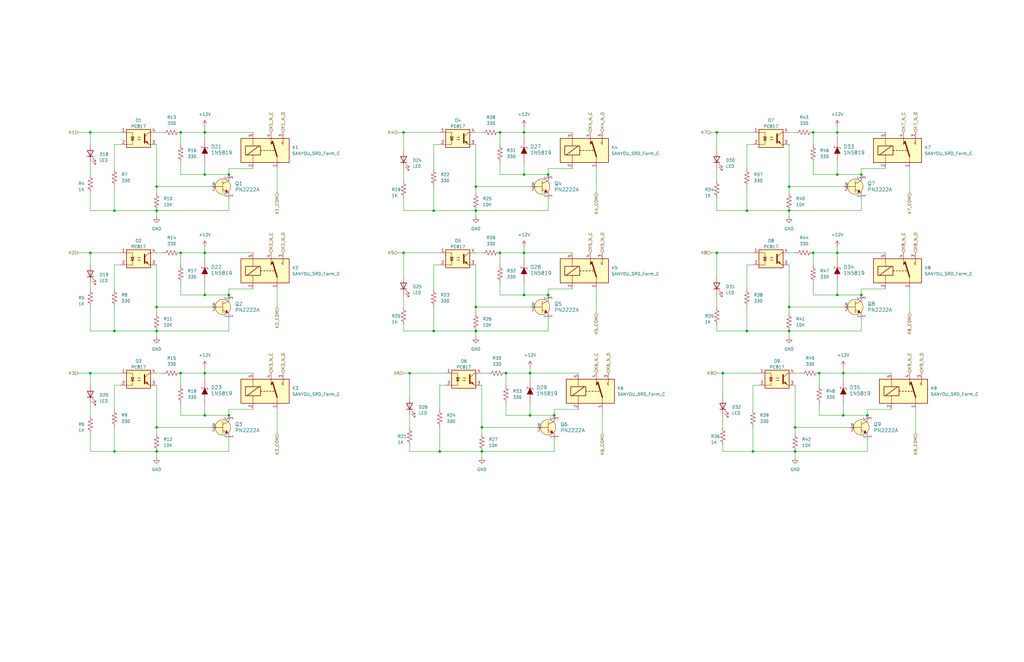
<source format=kicad_sch>
(kicad_sch (version 20231120) (generator "eeschema") (generator_version "8.0")
  (paper "B")
  (title_block (title "BATER-IA") (date "2024-11-03") (rev "001") (company "CETI") (comment 1 "Proyecto de titulacion") (comment 2 "Diseño Electronico y Sistemas Inteligentes"))
  (junction (at 86.36 157.48))
  (junction (at 86.36 175.26))
  (junction (at 220.98 73.66))
  (junction (at 203.2 190.5))
  (junction (at 200.66 88.9))
  (junction (at 314.96 139.7))
  (junction (at 182.88 139.7))
  (junction (at 66.04 190.5))
  (junction (at 170.18 106.68))
  (junction (at 223.52 175.26))
  (junction (at 335.28 190.5))
  (junction (at 96.52 175.26))
  (junction (at 66.04 78.74))
  (junction (at 363.22 124.46))
  (junction (at 86.36 106.68))
  (junction (at 38.1 55.88))
  (junction (at 302.26 106.68))
  (junction (at 342.9 55.88))
  (junction (at 48.26 88.9))
  (junction (at 203.2 180.34))
  (junction (at 302.26 55.88))
  (junction (at 220.98 55.88))
  (junction (at 38.1 157.48))
  (junction (at 332.74 88.9))
  (junction (at 86.36 55.88))
  (junction (at 38.1 106.68))
  (junction (at 48.26 139.7))
  (junction (at 353.06 55.88))
  (junction (at 170.18 55.88))
  (junction (at 355.6 157.48))
  (junction (at 220.98 124.46))
  (junction (at 353.06 73.66))
  (junction (at 200.66 139.7))
  (junction (at 66.04 129.54))
  (junction (at 314.96 88.9))
  (junction (at 345.44 157.48))
  (junction (at 86.36 73.66))
  (junction (at 365.76 175.26))
  (junction (at 210.82 106.68))
  (junction (at 317.5 190.5))
  (junction (at 76.2 106.68))
  (junction (at 172.72 157.48))
  (junction (at 231.14 73.66))
  (junction (at 86.36 124.46))
  (junction (at 185.42 190.5))
  (junction (at 342.9 106.68))
  (junction (at 210.82 55.88))
  (junction (at 66.04 180.34))
  (junction (at 48.26 190.5))
  (junction (at 182.88 88.9))
  (junction (at 213.36 157.48))
  (junction (at 66.04 88.9))
  (junction (at 231.14 124.46))
  (junction (at 353.06 124.46))
  (junction (at 363.22 73.66))
  (junction (at 76.2 55.88))
  (junction (at 96.52 73.66))
  (junction (at 96.52 124.46))
  (junction (at 76.2 157.48))
  (junction (at 200.66 129.54))
  (junction (at 335.28 180.34))
  (junction (at 355.6 175.26))
  (junction (at 332.74 78.74))
  (junction (at 332.74 139.7))
  (junction (at 220.98 106.68))
  (junction (at 332.74 129.54))
  (junction (at 200.66 78.74))
  (junction (at 233.68 175.26))
  (junction (at 353.06 106.68))
  (junction (at 304.8 157.48))
  (junction (at 223.52 157.48))
  (junction (at 66.04 139.7))
  (wire (pts (xy 314.96 111.76) (xy 314.96 121.92)))
  (wire (pts (xy 220.98 104.14) (xy 220.98 106.68)))
  (wire (pts (xy 353.06 124.46) (xy 363.22 124.46)))
  (wire (pts (xy 66.04 139.7) (xy 66.04 142.24)))
  (wire (pts (xy 33.02 55.88) (xy 38.1 55.88)))
  (wire (pts (xy 170.18 157.48) (xy 172.72 157.48)))
  (wire (pts (xy 172.72 157.48) (xy 172.72 167.64)))
  (wire (pts (xy 223.52 157.48) (xy 243.84 157.48)))
  (wire (pts (xy 48.26 190.5) (xy 66.04 190.5)))
  (wire (pts (xy 86.36 170.18) (xy 86.36 175.26)))
  (wire (pts (xy 220.98 55.88) (xy 241.3 55.88)))
  (wire (pts (xy 342.9 55.88) (xy 342.9 60.96)))
  (wire (pts (xy 317.5 180.34) (xy 317.5 190.5)))
  (wire (pts (xy 203.2 180.34) (xy 203.2 182.88)))
  (wire (pts (xy 383.54 132.08) (xy 383.54 121.92)))
  (wire (pts (xy 48.26 88.9) (xy 66.04 88.9)))
  (wire (pts (xy 342.9 106.68) (xy 342.9 111.76)))
  (wire (pts (xy 76.2 55.88) (xy 76.2 60.96)))
  (wire (pts (xy 86.36 68.58) (xy 86.36 73.66)))
  (wire (pts (xy 342.9 73.66) (xy 353.06 73.66)))
  (wire (pts (xy 86.36 106.68) (xy 76.2 106.68)))
  (wire (pts (xy 353.06 53.34) (xy 353.06 55.88)))
  (wire (pts (xy 231.14 88.9) (xy 200.66 88.9)))
  (wire (pts (xy 233.68 190.5) (xy 203.2 190.5)))
  (wire (pts (xy 200.66 78.74) (xy 223.52 78.74)))
  (wire (pts (xy 213.36 175.26) (xy 223.52 175.26)))
  (wire (pts (xy 355.6 157.48) (xy 345.44 157.48)))
  (wire (pts (xy 38.1 190.5) (xy 48.26 190.5)))
  (wire (pts (xy 38.1 182.88) (xy 38.1 190.5)))
  (wire (pts (xy 76.2 175.26) (xy 86.36 175.26)))
  (wire (pts (xy 332.74 88.9) (xy 332.74 91.44)))
  (wire (pts (xy 66.04 157.48) (xy 68.58 157.48)))
  (wire (pts (xy 314.96 60.96) (xy 317.5 60.96)))
  (wire (pts (xy 342.9 119.38) (xy 342.9 124.46)))
  (wire (pts (xy 66.04 180.34) (xy 66.04 162.56)))
  (wire (pts (xy 223.52 154.94) (xy 223.52 157.48)))
  (wire (pts (xy 96.52 88.9) (xy 66.04 88.9)))
  (wire (pts (xy 185.42 162.56) (xy 185.42 172.72)))
  (wire (pts (xy 48.26 60.96) (xy 48.26 71.12)))
  (wire (pts (xy 373.38 121.92) (xy 363.22 121.92)))
  (wire (pts (xy 365.76 190.5) (xy 335.28 190.5)))
  (wire (pts (xy 172.72 190.5) (xy 185.42 190.5)))
  (wire (pts (xy 86.36 55.88) (xy 76.2 55.88)))
  (wire (pts (xy 38.1 68.58) (xy 38.1 73.66)))
  (wire (pts (xy 345.44 170.18) (xy 345.44 175.26)))
  (wire (pts (xy 353.06 55.88) (xy 373.38 55.88)))
  (wire (pts (xy 170.18 71.12) (xy 170.18 76.2)))
  (wire (pts (xy 200.66 129.54) (xy 200.66 111.76)))
  (wire (pts (xy 76.2 73.66) (xy 86.36 73.66)))
  (wire (pts (xy 167.64 106.68) (xy 170.18 106.68)))
  (wire (pts (xy 332.74 78.74) (xy 332.74 60.96)))
  (wire (pts (xy 363.22 121.92) (xy 363.22 124.46)))
  (wire (pts (xy 106.68 71.12) (xy 96.52 71.12)))
  (wire (pts (xy 86.36 55.88) (xy 106.68 55.88)))
  (wire (pts (xy 38.1 157.48) (xy 50.8 157.48)))
  (wire (pts (xy 363.22 71.12) (xy 363.22 73.66)))
  (wire (pts (xy 38.1 55.88) (xy 50.8 55.88)))
  (wire (pts (xy 76.2 106.68) (xy 76.2 111.76)))
  (wire (pts (xy 210.82 124.46) (xy 220.98 124.46)))
  (wire (pts (xy 353.06 119.38) (xy 353.06 124.46)))
  (wire (pts (xy 170.18 83.82) (xy 170.18 88.9)))
  (wire (pts (xy 185.42 190.5) (xy 203.2 190.5)))
  (wire (pts (xy 182.88 60.96) (xy 182.88 71.12)))
  (wire (pts (xy 220.98 68.58) (xy 220.98 73.66)))
  (wire (pts (xy 314.96 78.74) (xy 314.96 88.9)))
  (wire (pts (xy 200.66 129.54) (xy 200.66 132.08)))
  (wire (pts (xy 48.26 139.7) (xy 66.04 139.7)))
  (wire (pts (xy 365.76 185.42) (xy 365.76 190.5)))
  (wire (pts (xy 335.28 180.34) (xy 358.14 180.34)))
  (wire (pts (xy 231.14 121.92) (xy 231.14 124.46)))
  (wire (pts (xy 304.8 187.96) (xy 304.8 190.5)))
  (wire (pts (xy 203.2 180.34) (xy 203.2 162.56)))
  (wire (pts (xy 332.74 78.74) (xy 355.6 78.74)))
  (wire (pts (xy 38.1 139.7) (xy 48.26 139.7)))
  (wire (pts (xy 365.76 172.72) (xy 365.76 175.26)))
  (wire (pts (xy 167.64 55.88) (xy 170.18 55.88)))
  (wire (pts (xy 335.28 180.34) (xy 335.28 182.88)))
  (wire (pts (xy 170.18 88.9) (xy 182.88 88.9)))
  (wire (pts (xy 182.88 111.76) (xy 182.88 121.92)))
  (wire (pts (xy 170.18 139.7) (xy 182.88 139.7)))
  (wire (pts (xy 332.74 129.54) (xy 355.6 129.54)))
  (wire (pts (xy 210.82 106.68) (xy 210.82 111.76)))
  (wire (pts (xy 106.68 121.92) (xy 96.52 121.92)))
  (wire (pts (xy 86.36 55.88) (xy 86.36 58.42)))
  (wire (pts (xy 86.36 157.48) (xy 106.68 157.48)))
  (wire (pts (xy 231.14 71.12) (xy 231.14 73.66)))
  (wire (pts (xy 96.52 172.72) (xy 96.52 175.26)))
  (wire (pts (xy 96.52 134.62) (xy 96.52 139.7)))
  (wire (pts (xy 220.98 55.88) (xy 210.82 55.88)))
  (wire (pts (xy 345.44 175.26) (xy 355.6 175.26)))
  (wire (pts (xy 304.8 157.48) (xy 304.8 167.64)))
  (wire (pts (xy 66.04 106.68) (xy 68.58 106.68)))
  (wire (pts (xy 314.96 88.9) (xy 332.74 88.9)))
  (wire (pts (xy 86.36 157.48) (xy 86.36 160.02)))
  (wire (pts (xy 86.36 73.66) (xy 96.52 73.66)))
  (wire (pts (xy 220.98 106.68) (xy 210.82 106.68)))
  (wire (pts (xy 210.82 68.58) (xy 210.82 73.66)))
  (wire (pts (xy 66.04 180.34) (xy 66.04 182.88)))
  (wire (pts (xy 116.84 81.28) (xy 116.84 71.12)))
  (wire (pts (xy 182.88 139.7) (xy 200.66 139.7)))
  (wire (pts (xy 116.84 182.88) (xy 116.84 172.72)))
  (wire (pts (xy 38.1 88.9) (xy 48.26 88.9)))
  (wire (pts (xy 76.2 68.58) (xy 76.2 73.66)))
  (wire (pts (xy 223.52 157.48) (xy 223.52 160.02)))
  (wire (pts (xy 355.6 154.94) (xy 355.6 157.48)))
  (wire (pts (xy 38.1 170.18) (xy 38.1 175.26)))
  (wire (pts (xy 33.02 157.48) (xy 38.1 157.48)))
  (wire (pts (xy 203.2 157.48) (xy 205.74 157.48)))
  (wire (pts (xy 86.36 53.34) (xy 86.36 55.88)))
  (wire (pts (xy 66.04 190.5) (xy 66.04 193.04)))
  (wire (pts (xy 335.28 190.5) (xy 335.28 193.04)))
  (wire (pts (xy 210.82 119.38) (xy 210.82 124.46)))
  (wire (pts (xy 170.18 55.88) (xy 185.42 55.88)))
  (wire (pts (xy 241.3 121.92) (xy 231.14 121.92)))
  (wire (pts (xy 86.36 106.68) (xy 86.36 109.22)))
  (wire (pts (xy 182.88 88.9) (xy 200.66 88.9)))
  (wire (pts (xy 38.1 81.28) (xy 38.1 88.9)))
  (wire (pts (xy 213.36 157.48) (xy 213.36 162.56)))
  (wire (pts (xy 345.44 157.48) (xy 345.44 162.56)))
  (wire (pts (xy 66.04 129.54) (xy 66.04 111.76)))
  (wire (pts (xy 200.66 55.88) (xy 203.2 55.88)))
  (wire (pts (xy 302.26 55.88) (xy 302.26 63.5)))
  (wire (pts (xy 66.04 78.74) (xy 88.9 78.74)))
  (wire (pts (xy 38.1 129.54) (xy 38.1 139.7)))
  (wire (pts (xy 353.06 55.88) (xy 353.06 58.42)))
  (wire (pts (xy 251.46 81.28) (xy 251.46 71.12)))
  (wire (pts (xy 353.06 55.88) (xy 342.9 55.88)))
  (wire (pts (xy 314.96 139.7) (xy 332.74 139.7)))
  (wire (pts (xy 200.66 88.9) (xy 200.66 91.44)))
  (wire (pts (xy 96.52 139.7) (xy 66.04 139.7)))
  (wire (pts (xy 213.36 170.18) (xy 213.36 175.26)))
  (wire (pts (xy 332.74 129.54) (xy 332.74 111.76)))
  (wire (pts (xy 335.28 180.34) (xy 335.28 162.56)))
  (wire (pts (xy 314.96 111.76) (xy 317.5 111.76)))
  (wire (pts (xy 375.92 172.72) (xy 365.76 172.72)))
  (wire (pts (xy 33.02 106.68) (xy 38.1 106.68)))
  (wire (pts (xy 353.06 106.68) (xy 353.06 109.22)))
  (wire (pts (xy 66.04 129.54) (xy 66.04 132.08)))
  (wire (pts (xy 172.72 157.48) (xy 187.96 157.48)))
  (wire (pts (xy 233.68 172.72) (xy 233.68 175.26)))
  (wire (pts (xy 363.22 83.82) (xy 363.22 88.9)))
  (wire (pts (xy 317.5 162.56) (xy 317.5 172.72)))
  (wire (pts (xy 170.18 106.68) (xy 185.42 106.68)))
  (wire (pts (xy 66.04 78.74) (xy 66.04 60.96)))
  (wire (pts (xy 86.36 157.48) (xy 76.2 157.48)))
  (wire (pts (xy 172.72 175.26) (xy 172.72 180.34)))
  (wire (pts (xy 210.82 73.66) (xy 220.98 73.66)))
  (wire (pts (xy 66.04 180.34) (xy 88.9 180.34)))
  (wire (pts (xy 233.68 185.42) (xy 233.68 190.5)))
  (wire (pts (xy 172.72 187.96) (xy 172.72 190.5)))
  (wire (pts (xy 251.46 132.08) (xy 251.46 121.92)))
  (wire (pts (xy 76.2 119.38) (xy 76.2 124.46)))
  (wire (pts (xy 182.88 111.76) (xy 185.42 111.76)))
  (wire (pts (xy 332.74 129.54) (xy 332.74 132.08)))
  (wire (pts (xy 203.2 180.34) (xy 226.06 180.34)))
  (wire (pts (xy 200.66 78.74) (xy 200.66 81.28)))
  (wire (pts (xy 302.26 139.7) (xy 314.96 139.7)))
  (wire (pts (xy 170.18 106.68) (xy 170.18 116.84)))
  (wire (pts (xy 304.8 190.5) (xy 317.5 190.5)))
  (wire (pts (xy 48.26 162.56) (xy 50.8 162.56)))
  (wire (pts (xy 48.26 111.76) (xy 48.26 121.92)))
  (wire (pts (xy 38.1 157.48) (xy 38.1 162.56)))
  (wire (pts (xy 200.66 129.54) (xy 223.52 129.54)))
  (wire (pts (xy 314.96 60.96) (xy 314.96 71.12)))
  (wire (pts (xy 332.74 139.7) (xy 332.74 142.24)))
  (wire (pts (xy 38.1 106.68) (xy 50.8 106.68)))
  (wire (pts (xy 223.52 170.18) (xy 223.52 175.26)))
  (wire (pts (xy 223.52 157.48) (xy 213.36 157.48)))
  (wire (pts (xy 363.22 139.7) (xy 332.74 139.7)))
  (wire (pts (xy 220.98 53.34) (xy 220.98 55.88)))
  (wire (pts (xy 38.1 106.68) (xy 38.1 111.76)))
  (wire (pts (xy 48.26 111.76) (xy 50.8 111.76)))
  (wire (pts (xy 170.18 124.46) (xy 170.18 129.54)))
  (wire (pts (xy 302.26 106.68) (xy 302.26 116.84)))
  (wire (pts (xy 317.5 162.56) (xy 320.04 162.56)))
  (wire (pts (xy 332.74 55.88) (xy 335.28 55.88)))
  (wire (pts (xy 302.26 137.16) (xy 302.26 139.7)))
  (wire (pts (xy 332.74 106.68) (xy 335.28 106.68)))
  (wire (pts (xy 66.04 55.88) (xy 68.58 55.88)))
  (wire (pts (xy 373.38 71.12) (xy 363.22 71.12)))
  (wire (pts (xy 353.06 68.58) (xy 353.06 73.66)))
  (wire (pts (xy 254 182.88) (xy 254 172.72)))
  (wire (pts (xy 355.6 157.48) (xy 355.6 160.02)))
  (wire (pts (xy 299.72 106.68) (xy 302.26 106.68)))
  (wire (pts (xy 203.2 190.5) (xy 203.2 193.04)))
  (wire (pts (xy 185.42 162.56) (xy 187.96 162.56)))
  (wire (pts (xy 342.9 124.46) (xy 353.06 124.46)))
  (wire (pts (xy 363.22 88.9) (xy 332.74 88.9)))
  (wire (pts (xy 96.52 185.42) (xy 96.52 190.5)))
  (wire (pts (xy 38.1 55.88) (xy 38.1 60.96)))
  (wire (pts (xy 76.2 124.46) (xy 86.36 124.46)))
  (wire (pts (xy 302.26 106.68) (xy 317.5 106.68)))
  (wire (pts (xy 182.88 60.96) (xy 185.42 60.96)))
  (wire (pts (xy 302.26 83.82) (xy 302.26 88.9)))
  (wire (pts (xy 314.96 129.54) (xy 314.96 139.7)))
  (wire (pts (xy 96.52 121.92) (xy 96.52 124.46)))
  (wire (pts (xy 220.98 119.38) (xy 220.98 124.46)))
  (wire (pts (xy 48.26 78.74) (xy 48.26 88.9)))
  (wire (pts (xy 210.82 55.88) (xy 210.82 60.96)))
  (wire (pts (xy 96.52 190.5) (xy 66.04 190.5)))
  (wire (pts (xy 66.04 78.74) (xy 66.04 81.28)))
  (wire (pts (xy 220.98 73.66) (xy 231.14 73.66)))
  (wire (pts (xy 48.26 180.34) (xy 48.26 190.5)))
  (wire (pts (xy 86.36 106.68) (xy 106.68 106.68)))
  (wire (pts (xy 335.28 157.48) (xy 337.82 157.48)))
  (wire (pts (xy 317.5 190.5) (xy 335.28 190.5)))
  (wire (pts (xy 200.66 106.68) (xy 203.2 106.68)))
  (wire (pts (xy 353.06 73.66) (xy 363.22 73.66)))
  (wire (pts (xy 96.52 83.82) (xy 96.52 88.9)))
  (wire (pts (xy 383.54 81.28) (xy 383.54 71.12)))
  (wire (pts (xy 363.22 134.62) (xy 363.22 139.7)))
  (wire (pts (xy 302.26 55.88) (xy 317.5 55.88)))
  (wire (pts (xy 220.98 124.46) (xy 231.14 124.46)))
  (wire (pts (xy 170.18 55.88) (xy 170.18 63.5)))
  (wire (pts (xy 48.26 162.56) (xy 48.26 172.72)))
  (wire (pts (xy 106.68 172.72) (xy 96.52 172.72)))
  (wire (pts (xy 231.14 83.82) (xy 231.14 88.9)))
  (wire (pts (xy 302.26 71.12) (xy 302.26 76.2)))
  (wire (pts (xy 353.06 106.68) (xy 373.38 106.68)))
  (wire (pts (xy 231.14 139.7) (xy 200.66 139.7)))
  (wire (pts (xy 86.36 124.46) (xy 96.52 124.46)))
  (wire (pts (xy 302.26 157.48) (xy 304.8 157.48)))
  (wire (pts (xy 200.66 78.74) (xy 200.66 60.96)))
  (wire (pts (xy 353.06 104.14) (xy 353.06 106.68)))
  (wire (pts (xy 342.9 68.58) (xy 342.9 73.66)))
  (wire (pts (xy 231.14 134.62) (xy 231.14 139.7)))
  (wire (pts (xy 332.74 78.74) (xy 332.74 81.28)))
  (wire (pts (xy 76.2 170.18) (xy 76.2 175.26)))
  (wire (pts (xy 48.26 129.54) (xy 48.26 139.7)))
  (wire (pts (xy 355.6 170.18) (xy 355.6 175.26)))
  (wire (pts (xy 220.98 106.68) (xy 241.3 106.68)))
  (wire (pts (xy 220.98 106.68) (xy 220.98 109.22)))
  (wire (pts (xy 182.88 129.54) (xy 182.88 139.7)))
  (wire (pts (xy 386.08 182.88) (xy 386.08 172.72)))
  (wire (pts (xy 76.2 157.48) (xy 76.2 162.56)))
  (wire (pts (xy 86.36 154.94) (xy 86.36 157.48)))
  (wire (pts (xy 48.26 60.96) (xy 50.8 60.96)))
  (wire (pts (xy 355.6 175.26) (xy 365.76 175.26)))
  (wire (pts (xy 182.88 78.74) (xy 182.88 88.9)))
  (wire (pts (xy 66.04 129.54) (xy 88.9 129.54)))
  (wire (pts (xy 355.6 157.48) (xy 375.92 157.48)))
  (wire (pts (xy 302.26 88.9) (xy 314.96 88.9)))
  (wire (pts (xy 86.36 104.14) (xy 86.36 106.68)))
  (wire (pts (xy 223.52 175.26) (xy 233.68 175.26)))
  (wire (pts (xy 86.36 119.38) (xy 86.36 124.46)))
  (wire (pts (xy 353.06 106.68) (xy 342.9 106.68)))
  (wire (pts (xy 116.84 129.54) (xy 116.84 121.92)))
  (wire (pts (xy 185.42 180.34) (xy 185.42 190.5)))
  (wire (pts (xy 86.36 175.26) (xy 96.52 175.26)))
  (wire (pts (xy 304.8 157.48) (xy 320.04 157.48)))
  (wire (pts (xy 38.1 119.38) (xy 38.1 121.92)))
  (wire (pts (xy 96.52 71.12) (xy 96.52 73.66)))
  (wire (pts (xy 220.98 55.88) (xy 220.98 58.42)))
  (wire (pts (xy 304.8 175.26) (xy 304.8 180.34)))
  (wire (pts (xy 302.26 124.46) (xy 302.26 129.54)))
  (wire (pts (xy 241.3 71.12) (xy 231.14 71.12)))
  (wire (pts (xy 66.04 88.9) (xy 66.04 91.44)))
  (wire (pts (xy 170.18 137.16) (xy 170.18 139.7)))
  (wire (pts (xy 299.72 55.88) (xy 302.26 55.88)))
  (wire (pts (xy 243.84 172.72) (xy 233.68 172.72)))
  (wire (pts (xy 200.66 139.7) (xy 200.66 142.24)))
  (hierarchical_label "K8_N_O" (shape input) (at 386.08 106.68 90))
  (hierarchical_label "K1_N_O" (shape input) (at 119.38 55.88 90))
  (hierarchical_label "K9_N_C" (shape input) (at 383.54 157.48 90))
  (hierarchical_label "K4" (shape input) (at 167.64 55.88 180))
  (hierarchical_label "K3_N_C" (shape input) (at 114.3 157.48 90))
  (hierarchical_label "K8" (shape input) (at 299.72 106.68 180))
  (hierarchical_label "K5_N_O" (shape input) (at 254 106.68 90))
  (hierarchical_label "K7_COM" (shape input) (at 383.54 81.28 270))
  (hierarchical_label "K6_COM" (shape input) (at 254 182.88 270))
  (hierarchical_label "K9" (shape input) (at 302.26 157.48 180))
  (hierarchical_label "K2_COM" (shape input) (at 116.84 129.54 270))
  (hierarchical_label "K2_N_O" (shape input) (at 119.38 106.68 90))
  (hierarchical_label "K3_N_O" (shape input) (at 119.38 157.48 90))
  (hierarchical_label "K2_N_C" (shape input) (at 114.3 106.68 90))
  (hierarchical_label "K4_N_C" (shape input) (at 248.92 55.88 90))
  (hierarchical_label "K3" (shape input) (at 33.02 157.48 180))
  (hierarchical_label "K5_COM" (shape input) (at 251.46 132.08 270))
  (hierarchical_label "K6_N_C" (shape input) (at 251.46 157.48 90))
  (hierarchical_label "K8_COM" (shape input) (at 383.54 132.08 270))
  (hierarchical_label "K5_N_C" (shape input) (at 248.92 106.68 90))
  (hierarchical_label "K1_N_C" (shape input) (at 114.3 55.88 90))
  (hierarchical_label "K6_N_O" (shape input) (at 256.54 157.48 90))
  (hierarchical_label "K6" (shape input) (at 170.18 157.48 180))
  (hierarchical_label "K7" (shape input) (at 299.72 55.88 180))
  (hierarchical_label "K2" (shape input) (at 33.02 106.68 180))
  (hierarchical_label "K7_N_O" (shape input) (at 386.08 55.88 90))
  (hierarchical_label "K4_N_O" (shape input) (at 254 55.88 90))
  (hierarchical_label "K3_COM" (shape input) (at 116.84 182.88 270))
  (hierarchical_label "K1_COM" (shape input) (at 116.84 81.28 270))
  (hierarchical_label "K4_COM" (shape input) (at 251.46 81.28 270))
  (hierarchical_label "K5" (shape input) (at 167.64 106.68 180))
  (hierarchical_label "K7_N_C" (shape input) (at 381 55.88 90))
  (hierarchical_label "K9_COM" (shape input) (at 386.08 182.88 270))
  (hierarchical_label "K1" (shape input) (at 33.02 55.88 180))
  (hierarchical_label "K8_N_C" (shape input) (at 381 106.68 90))
  (hierarchical_label "K9_N_O" (shape input) (at 388.62 157.48 90))
  (symbol (lib_id "Device:LED") (at 302.26 67.31 90) (unit 1)
    (property "Reference" "D30" (at 306.07 67.6274 90) (effects (justify right)))
    (property "Value" "LED" (at 306.07 70.1674 90) (effects (justify right)))
    (property "Footprint" "LED_THT:LED_D3.0mm" (effects (hide yes)))
    (property "Description" "Light emitting diode" (effects (hide yes)))
  )
  (symbol (lib_id "power:+12V") (at 353.06 53.34 0) (unit 1)
    (property "Reference" "#PWR054" (effects (hide yes)))
    (property "Value" "+12V" (at 353.06 48.26 0))
    (property "Description" "Power symbol creates a global label with name \"+12V\"" (effects (hide yes)))
  )
  (symbol (lib_id "dk_Diodes-Rectifiers-Single:1N5819") (at 86.36 63.5 90) (unit 1)
    (property "Reference" "D21" (at 88.9 61.9124 90) (effects (font (size 1.524 1.524)) (justify right)))
    (property "Value" "1N5819" (at 88.9 64.4524 90) (effects (font (size 1.524 1.524)) (justify right)))
    (property "Footprint" "Myfoodprints:D_DO-41_SOD81_P9.20mm_Horizontal" (effects (hide yes)))
    (property "Datasheet" "https://www.onsemi.com/pub/Collateral/1N5817-D.PDF" (effects (hide yes)))
    (property "Description" "DIODE SCHOTTKY 40V 1A DO41" (effects (hide yes)))
    (property "Digi-Key_PN" "1N5819FSCT-ND" (effects (hide yes)))
    (property "MPN" "1N5819" (effects (hide yes)))
    (property "Category" "Discrete Semiconductor Products" (effects (hide yes)))
    (property "Family" "Diodes - Rectifiers - Single" (effects (hide yes)))
    (property "DK_Datasheet_Link" "https://www.onsemi.com/pub/Collateral/1N5817-D.PDF" (effects (hide yes)))
    (property "DK_Detail_Page" "/product-detail/en/on-semiconductor/1N5819/1N5819FSCT-ND/965482" (effects (hide yes)))
    (property "Description_1" "DIODE SCHOTTKY 40V 1A DO41" (effects (hide yes)))
    (property "Manufacturer" "ON Semiconductor" (effects (hide yes)))
    (property "Status" "Active" (effects (hide yes)))
  )
  (symbol (lib_id "Device:R_US") (at 72.39 106.68 90) (unit 1)
    (property "Reference" "R14" (at 72.39 100.33 90))
    (property "Value" "330" (at 72.39 102.87 90))
    (property "Footprint" "Resistor_THT:R_Axial_DIN0207_L6.3mm_D2.5mm_P7.62mm_Horizontal" (effects (hide yes)))
    (property "Description" "Resistor, US symbol" (effects (hide yes)))
  )
  (symbol (lib_id "Device:R_US") (at 170.18 80.01 0) (unit 1)
    (property "Reference" "R19" (at 165.1 80.01 0) (effects (justify left)))
    (property "Value" "1K" (at 165.1 82.55 0) (effects (justify left)))
    (property "Footprint" "Resistor_THT:R_Axial_DIN0207_L6.3mm_D2.5mm_P7.62mm_Horizontal" (effects (hide yes)))
    (property "Description" "Resistor, US symbol" (effects (hide yes)))
  )
  (symbol (lib_id "dk_Diodes-Rectifiers-Single:1N5819") (at 223.52 165.1 90) (unit 1)
    (property "Reference" "D29" (at 226.06 163.5124 90) (effects (font (size 1.524 1.524)) (justify right)))
    (property "Value" "1N5819" (at 226.06 166.0524 90) (effects (font (size 1.524 1.524)) (justify right)))
    (property "Footprint" "Myfoodprints:D_DO-41_SOD81_P9.20mm_Horizontal" (effects (hide yes)))
    (property "Datasheet" "https://www.onsemi.com/pub/Collateral/1N5817-D.PDF" (effects (hide yes)))
    (property "Description" "DIODE SCHOTTKY 40V 1A DO41" (effects (hide yes)))
    (property "Digi-Key_PN" "1N5819FSCT-ND" (effects (hide yes)))
    (property "MPN" "1N5819" (effects (hide yes)))
    (property "Category" "Discrete Semiconductor Products" (effects (hide yes)))
    (property "Family" "Diodes - Rectifiers - Single" (effects (hide yes)))
    (property "DK_Datasheet_Link" "https://www.onsemi.com/pub/Collateral/1N5817-D.PDF" (effects (hide yes)))
    (property "DK_Detail_Page" "/product-detail/en/on-semiconductor/1N5819/1N5819FSCT-ND/965482" (effects (hide yes)))
    (property "Description_1" "DIODE SCHOTTKY 40V 1A DO41" (effects (hide yes)))
    (property "Manufacturer" "ON Semiconductor" (effects (hide yes)))
    (property "Status" "Active" (effects (hide yes)))
  )
  (symbol (lib_id "power:GND") (at 332.74 91.44 0) (unit 1)
    (property "Reference" "#PWR051" (effects (hide yes)))
    (property "Value" "GND" (at 332.74 96.52 0))
    (property "Description" "Power symbol creates a global label with name \"GND\" , ground" (effects (hide yes)))
  )
  (symbol (lib_id "Relay:SANYOU_SRD_Form_C") (at 111.76 114.3 0) (unit 1)
    (property "Reference" "K2" (at 123.19 113.0299 0) (effects (justify left)))
    (property "Value" "SANYOU_SRD_Form_C" (at 123.19 115.5699 0) (effects (justify left)))
    (property "Footprint" "Relay_THT:Relay_SPDT_SANYOU_SRD_Series_Form_C" (effects (hide yes)))
    (property "Datasheet" "http://www.sanyourelay.ca/public/products/pdf/SRD.pdf" (effects (hide yes)))
    (property "Description" "Sanyo SRD relay, Single Pole Miniature Power Relay," (effects (hide yes)))
  )
  (symbol (lib_id "Device:R_US") (at 182.88 74.93 0) (unit 1)
    (property "Reference" "R22" (at 185.74 73.6599 0) (effects (justify left)))
    (property "Value" "330" (at 185.74 76.1999 0) (effects (justify left)))
    (property "Footprint" "Resistor_THT:R_Axial_DIN0207_L6.3mm_D2.5mm_P7.62mm_Horizontal" (effects (hide yes)))
    (property "Description" "Resistor, US symbol" (effects (hide yes)))
  )
  (symbol (lib_id "Device:R_US") (at 66.04 186.69 0) (unit 1)
    (property "Reference" "R12" (at 68.9 185.4199 0) (effects (justify left)))
    (property "Value" "10K" (at 68.9 187.9599 0) (effects (justify left)))
    (property "Footprint" "Resistor_THT:R_Axial_DIN0207_L6.3mm_D2.5mm_P7.62mm_Horizontal" (effects (hide yes)))
    (property "Description" "Resistor, US symbol" (effects (hide yes)))
  )
  (symbol (lib_id "power:+12V") (at 355.6 154.94 0) (unit 1)
    (property "Reference" "#PWR056" (effects (hide yes)))
    (property "Value" "+12V" (at 355.6 149.86 0))
    (property "Description" "Power symbol creates a global label with name \"+12V\"" (effects (hide yes)))
  )
  (symbol (lib_id "Device:R_US") (at 314.96 74.93 0) (unit 1)
    (property "Reference" "R37" (at 317.82 73.6599 0) (effects (justify left)))
    (property "Value" "330" (at 317.82 76.1999 0) (effects (justify left)))
    (property "Footprint" "Resistor_THT:R_Axial_DIN0207_L6.3mm_D2.5mm_P7.62mm_Horizontal" (effects (hide yes)))
    (property "Description" "Resistor, US symbol" (effects (hide yes)))
  )
  (symbol (lib_id "Relay:SANYOU_SRD_Form_C") (at 246.38 114.3 0) (unit 1)
    (property "Reference" "K5" (at 257.81 113.0299 0) (effects (justify left)))
    (property "Value" "SANYOU_SRD_Form_C" (at 257.81 115.5699 0) (effects (justify left)))
    (property "Footprint" "Relay_THT:Relay_SPDT_SANYOU_SRD_Series_Form_C" (effects (hide yes)))
    (property "Datasheet" "http://www.sanyourelay.ca/public/products/pdf/SRD.pdf" (effects (hide yes)))
    (property "Description" "Sanyo SRD relay, Single Pole Miniature Power Relay," (effects (hide yes)))
  )
  (symbol (lib_id "Device:R_US") (at 342.9 64.77 0) (unit 1)
    (property "Reference" "R46" (at 345.76 63.4999 0) (effects (justify left)))
    (property "Value" "330" (at 345.76 66.0399 0) (effects (justify left)))
    (property "Footprint" "Resistor_THT:R_Axial_DIN0207_L6.3mm_D2.5mm_P7.62mm_Horizontal" (effects (hide yes)))
    (property "Description" "Resistor, US symbol" (effects (hide yes)))
  )
  (symbol (lib_id "Device:R_US") (at 207.01 106.68 90) (unit 1)
    (property "Reference" "R29" (at 207.01 100.33 90))
    (property "Value" "330" (at 207.01 102.87 90))
    (property "Footprint" "Resistor_THT:R_Axial_DIN0207_L6.3mm_D2.5mm_P7.62mm_Horizontal" (effects (hide yes)))
    (property "Description" "Resistor, US symbol" (effects (hide yes)))
  )
  (symbol (lib_id "power:GND") (at 200.66 142.24 0) (unit 1)
    (property "Reference" "#PWR046" (effects (hide yes)))
    (property "Value" "GND" (at 200.66 147.32 0))
    (property "Description" "Power symbol creates a global label with name \"GND\" , ground" (effects (hide yes)))
  )
  (symbol (lib_id "Relay:SANYOU_SRD_Form_C") (at 378.46 114.3 0) (unit 1)
    (property "Reference" "K8" (at 389.89 113.0299 0) (effects (justify left)))
    (property "Value" "SANYOU_SRD_Form_C" (at 389.89 115.5699 0) (effects (justify left)))
    (property "Footprint" "Relay_THT:Relay_SPDT_SANYOU_SRD_Series_Form_C" (effects (hide yes)))
    (property "Datasheet" "http://www.sanyourelay.ca/public/products/pdf/SRD.pdf" (effects (hide yes)))
    (property "Description" "Sanyo SRD relay, Single Pole Miniature Power Relay," (effects (hide yes)))
  )
  (symbol (lib_id "Device:R_US") (at 210.82 64.77 0) (unit 1)
    (property "Reference" "R31" (at 213.68 63.4999 0) (effects (justify left)))
    (property "Value" "330" (at 213.68 66.0399 0) (effects (justify left)))
    (property "Footprint" "Resistor_THT:R_Axial_DIN0207_L6.3mm_D2.5mm_P7.62mm_Horizontal" (effects (hide yes)))
    (property "Description" "Resistor, US symbol" (effects (hide yes)))
  )
  (symbol (lib_id "Device:R_US") (at 38.1 77.47 0) (unit 1)
    (property "Reference" "R4" (at 33.02 77.47 0) (effects (justify left)))
    (property "Value" "1K" (at 33.02 80.01 0) (effects (justify left)))
    (property "Footprint" "Resistor_THT:R_Axial_DIN0207_L6.3mm_D2.5mm_P7.62mm_Horizontal" (effects (hide yes)))
    (property "Description" "Resistor, US symbol" (effects (hide yes)))
  )
  (symbol (lib_id "Device:R_US") (at 213.36 166.37 0) (unit 1)
    (property "Reference" "R33" (at 216.22 165.0999 0) (effects (justify left)))
    (property "Value" "330" (at 216.22 167.6399 0) (effects (justify left)))
    (property "Footprint" "Resistor_THT:R_Axial_DIN0207_L6.3mm_D2.5mm_P7.62mm_Horizontal" (effects (hide yes)))
    (property "Description" "Resistor, US symbol" (effects (hide yes)))
  )
  (symbol (lib_id "Device:LED") (at 38.1 64.77 90) (unit 1)
    (property "Reference" "D18" (at 41.91 65.0874 90) (effects (justify right)))
    (property "Value" "LED" (at 41.91 67.6274 90) (effects (justify right)))
    (property "Footprint" "LED_THT:LED_D3.0mm" (effects (hide yes)))
    (property "Description" "Light emitting diode" (effects (hide yes)))
  )
  (symbol (lib_id "power:GND") (at 332.74 142.24 0) (unit 1)
    (property "Reference" "#PWR052" (effects (hide yes)))
    (property "Value" "GND" (at 332.74 147.32 0))
    (property "Description" "Power symbol creates a global label with name \"GND\" , ground" (effects (hide yes)))
  )
  (symbol (lib_id "dk_Diodes-Rectifiers-Single:1N5819") (at 86.36 114.3 90) (unit 1)
    (property "Reference" "D22" (at 88.9 112.7124 90) (effects (font (size 1.524 1.524)) (justify right)))
    (property "Value" "1N5819" (at 88.9 115.2524 90) (effects (font (size 1.524 1.524)) (justify right)))
    (property "Footprint" "Myfoodprints:D_DO-41_SOD81_P9.20mm_Horizontal" (effects (hide yes)))
    (property "Datasheet" "https://www.onsemi.com/pub/Collateral/1N5817-D.PDF" (effects (hide yes)))
    (property "Description" "DIODE SCHOTTKY 40V 1A DO41" (effects (hide yes)))
    (property "Digi-Key_PN" "1N5819FSCT-ND" (effects (hide yes)))
    (property "MPN" "1N5819" (effects (hide yes)))
    (property "Category" "Discrete Semiconductor Products" (effects (hide yes)))
    (property "Family" "Diodes - Rectifiers - Single" (effects (hide yes)))
    (property "DK_Datasheet_Link" "https://www.onsemi.com/pub/Collateral/1N5817-D.PDF" (effects (hide yes)))
    (property "DK_Detail_Page" "/product-detail/en/on-semiconductor/1N5819/1N5819FSCT-ND/965482" (effects (hide yes)))
    (property "Description_1" "DIODE SCHOTTKY 40V 1A DO41" (effects (hide yes)))
    (property "Manufacturer" "ON Semiconductor" (effects (hide yes)))
    (property "Status" "Active" (effects (hide yes)))
  )
  (symbol (lib_id "Device:R_US") (at 66.04 85.09 0) (unit 1)
    (property "Reference" "R10" (at 68.9 83.8199 0) (effects (justify left)))
    (property "Value" "10K" (at 68.9 86.3599 0) (effects (justify left)))
    (property "Footprint" "Resistor_THT:R_Axial_DIN0207_L6.3mm_D2.5mm_P7.62mm_Horizontal" (effects (hide yes)))
    (property "Description" "Resistor, US symbol" (effects (hide yes)))
  )
  (symbol (lib_id "Device:R_US") (at 185.42 176.53 0) (unit 1)
    (property "Reference" "R24" (at 188.28 175.2599 0) (effects (justify left)))
    (property "Value" "330" (at 188.28 177.7999 0) (effects (justify left)))
    (property "Footprint" "Resistor_THT:R_Axial_DIN0207_L6.3mm_D2.5mm_P7.62mm_Horizontal" (effects (hide yes)))
    (property "Description" "Resistor, US symbol" (effects (hide yes)))
  )
  (symbol (lib_id "Isolator:PC817") (at 325.12 109.22 0) (unit 1)
    (property "Reference" "O8" (at 325.12 101.6 0))
    (property "Value" "PC817" (at 325.12 104.14 0))
    (property "Footprint" "Package_DIP:DIP-4_W7.62mm" (effects (hide yes)))
    (property "Datasheet" "http://www.soselectronic.cz/a_info/resource/d/pc817.pdf" (effects (hide yes)))
    (property "Description" "DC Optocoupler, Vce 35V, CTR 50-300%, DIP-4" (effects (hide yes)))
  )
  (symbol (lib_id "Device:R_US") (at 48.26 176.53 0) (unit 1)
    (property "Reference" "R9" (at 51.12 175.2599 0) (effects (justify left)))
    (property "Value" "330" (at 51.12 177.7999 0) (effects (justify left)))
    (property "Footprint" "Resistor_THT:R_Axial_DIN0207_L6.3mm_D2.5mm_P7.62mm_Horizontal" (effects (hide yes)))
    (property "Description" "Resistor, US symbol" (effects (hide yes)))
  )
  (symbol (lib_id "Device:R_US") (at 76.2 64.77 0) (unit 1)
    (property "Reference" "R16" (at 79.06 63.4999 0) (effects (justify left)))
    (property "Value" "330" (at 79.06 66.0399 0) (effects (justify left)))
    (property "Footprint" "Resistor_THT:R_Axial_DIN0207_L6.3mm_D2.5mm_P7.62mm_Horizontal" (effects (hide yes)))
    (property "Description" "Resistor, US symbol" (effects (hide yes)))
  )
  (symbol (lib_id "dk_Transistors-Bipolar-BJT-Single:PN2222A") (at 360.68 129.54 0) (unit 1)
    (property "Reference" "Q8" (at 365.76 128.2699 0) (effects (font (size 1.524 1.524)) (justify left)))
    (property "Value" "PN2222A" (at 365.76 130.8099 0) (effects (font (size 1.524 1.524)) (justify left)))
    (property "Footprint" "Package_TO_SOT_THT:TO-92_Inline" (effects (hide yes)))
    (property "Datasheet" "https://my.centralsemi.com/get_document.php?cmp=1&mergetype=pd&mergepath=pd&pdf_id=PN2221-2222A.PDF" (effects (hide yes)))
    (property "Description" "TRANS NPN 40V 0.8A TO-92" (effects (hide yes)))
    (property "Digi-Key_PN" "PN2222ACS-ND" (effects (hide yes)))
    (property "MPN" "PN2222A" (effects (hide yes)))
    (property "Category" "Discrete Semiconductor Products" (effects (hide yes)))
    (property "Family" "Transistors - Bipolar (BJT) - Single" (effects (hide yes)))
    (property "DK_Datasheet_Link" "https://my.centralsemi.com/get_document.php?cmp=1&mergetype=pd&mergepath=pd&pdf_id=PN2221-2222A.PDF" (effects (hide yes)))
    (property "DK_Detail_Page" "/product-detail/en/central-semiconductor-corp/PN2222A/PN2222ACS-ND/4806937" (effects (hide yes)))
    (property "Description_1" "TRANS NPN 40V 0.8A TO-92" (effects (hide yes)))
    (property "Manufacturer" "Central Semiconductor Corp" (effects (hide yes)))
    (property "Status" "Active" (effects (hide yes)))
  )
  (symbol (lib_id "dk_Transistors-Bipolar-BJT-Single:PN2222A") (at 228.6 78.74 0) (unit 1)
    (property "Reference" "Q4" (at 233.68 77.4699 0) (effects (font (size 1.524 1.524)) (justify left)))
    (property "Value" "PN2222A" (at 233.68 80.0099 0) (effects (font (size 1.524 1.524)) (justify left)))
    (property "Footprint" "Package_TO_SOT_THT:TO-92_Inline" (effects (hide yes)))
    (property "Datasheet" "https://my.centralsemi.com/get_document.php?cmp=1&mergetype=pd&mergepath=pd&pdf_id=PN2221-2222A.PDF" (effects (hide yes)))
    (property "Description" "TRANS NPN 40V 0.8A TO-92" (effects (hide yes)))
    (property "Digi-Key_PN" "PN2222ACS-ND" (effects (hide yes)))
    (property "MPN" "PN2222A" (effects (hide yes)))
    (property "Category" "Discrete Semiconductor Products" (effects (hide yes)))
    (property "Family" "Transistors - Bipolar (BJT) - Single" (effects (hide yes)))
    (property "DK_Datasheet_Link" "https://my.centralsemi.com/get_document.php?cmp=1&mergetype=pd&mergepath=pd&pdf_id=PN2221-2222A.PDF" (effects (hide yes)))
    (property "DK_Detail_Page" "/product-detail/en/central-semiconductor-corp/PN2222A/PN2222ACS-ND/4806937" (effects (hide yes)))
    (property "Description_1" "TRANS NPN 40V 0.8A TO-92" (effects (hide yes)))
    (property "Manufacturer" "Central Semiconductor Corp" (effects (hide yes)))
    (property "Status" "Active" (effects (hide yes)))
  )
  (symbol (lib_id "Device:R_US") (at 317.5 176.53 0) (unit 1)
    (property "Reference" "R39" (at 320.36 175.2599 0) (effects (justify left)))
    (property "Value" "330" (at 320.36 177.7999 0) (effects (justify left)))
    (property "Footprint" "Resistor_THT:R_Axial_DIN0207_L6.3mm_D2.5mm_P7.62mm_Horizontal" (effects (hide yes)))
    (property "Description" "Resistor, US symbol" (effects (hide yes)))
  )
  (symbol (lib_id "Device:R_US") (at 38.1 125.73 0) (unit 1)
    (property "Reference" "R5" (at 33.02 125.73 0) (effects (justify left)))
    (property "Value" "1K" (at 33.02 128.27 0) (effects (justify left)))
    (property "Footprint" "Resistor_THT:R_Axial_DIN0207_L6.3mm_D2.5mm_P7.62mm_Horizontal" (effects (hide yes)))
    (property "Description" "Resistor, US symbol" (effects (hide yes)))
  )
  (symbol (lib_id "power:+12V") (at 86.36 104.14 0) (unit 1)
    (property "Reference" "#PWR043" (effects (hide yes)))
    (property "Value" "+12V" (at 86.36 99.06 0))
    (property "Description" "Power symbol creates a global label with name \"+12V\"" (effects (hide yes)))
  )
  (symbol (lib_id "Device:R_US") (at 170.18 133.35 0) (unit 1)
    (property "Reference" "R20" (at 165.1 133.35 0) (effects (justify left)))
    (property "Value" "1K" (at 165.1 135.89 0) (effects (justify left)))
    (property "Footprint" "Resistor_THT:R_Axial_DIN0207_L6.3mm_D2.5mm_P7.62mm_Horizontal" (effects (hide yes)))
    (property "Description" "Resistor, US symbol" (effects (hide yes)))
  )
  (symbol (lib_id "power:GND") (at 66.04 91.44 0) (unit 1)
    (property "Reference" "#PWR039" (effects (hide yes)))
    (property "Value" "GND" (at 66.04 96.52 0))
    (property "Description" "Power symbol creates a global label with name \"GND\" , ground" (effects (hide yes)))
  )
  (symbol (lib_id "Relay:SANYOU_SRD_Form_C") (at 378.46 63.5 0) (unit 1)
    (property "Reference" "K7" (at 389.89 62.2299 0) (effects (justify left)))
    (property "Value" "SANYOU_SRD_Form_C" (at 389.89 64.7699 0) (effects (justify left)))
    (property "Footprint" "Relay_THT:Relay_SPDT_SANYOU_SRD_Series_Form_C" (effects (hide yes)))
    (property "Datasheet" "http://www.sanyourelay.ca/public/products/pdf/SRD.pdf" (effects (hide yes)))
    (property "Description" "Sanyo SRD relay, Single Pole Miniature Power Relay," (effects (hide yes)))
  )
  (symbol (lib_id "Device:R_US") (at 200.66 135.89 0) (unit 1)
    (property "Reference" "R26" (at 203.52 134.6199 0) (effects (justify left)))
    (property "Value" "10K" (at 203.52 137.1599 0) (effects (justify left)))
    (property "Footprint" "Resistor_THT:R_Axial_DIN0207_L6.3mm_D2.5mm_P7.62mm_Horizontal" (effects (hide yes)))
    (property "Description" "Resistor, US symbol" (effects (hide yes)))
  )
  (symbol (lib_id "Device:R_US") (at 339.09 55.88 90) (unit 1)
    (property "Reference" "R43" (at 339.09 49.53 90))
    (property "Value" "330" (at 339.09 52.07 90))
    (property "Footprint" "Resistor_THT:R_Axial_DIN0207_L6.3mm_D2.5mm_P7.62mm_Horizontal" (effects (hide yes)))
    (property "Description" "Resistor, US symbol" (effects (hide yes)))
  )
  (symbol (lib_id "Relay:SANYOU_SRD_Form_C") (at 381 165.1 0) (unit 1)
    (property "Reference" "K9" (at 392.43 163.8299 0) (effects (justify left)))
    (property "Value" "SANYOU_SRD_Form_C" (at 392.43 166.3699 0) (effects (justify left)))
    (property "Footprint" "Relay_THT:Relay_SPDT_SANYOU_SRD_Series_Form_C" (effects (hide yes)))
    (property "Datasheet" "http://www.sanyourelay.ca/public/products/pdf/SRD.pdf" (effects (hide yes)))
    (property "Description" "Sanyo SRD relay, Single Pole Miniature Power Relay," (effects (hide yes)))
  )
  (symbol (lib_id "Isolator:PC817") (at 58.42 160.02 0) (unit 1)
    (property "Reference" "O3" (at 58.42 152.4 0))
    (property "Value" "PC817" (at 58.42 154.94 0))
    (property "Footprint" "Package_DIP:DIP-4_W7.62mm" (effects (hide yes)))
    (property "Datasheet" "http://www.soselectronic.cz/a_info/resource/d/pc817.pdf" (effects (hide yes)))
    (property "Description" "DC Optocoupler, Vce 35V, CTR 50-300%, DIP-4" (effects (hide yes)))
  )
  (symbol (lib_id "Device:R_US") (at 314.96 125.73 0) (unit 1)
    (property "Reference" "R38" (at 317.82 124.4599 0) (effects (justify left)))
    (property "Value" "330" (at 317.82 126.9999 0) (effects (justify left)))
    (property "Footprint" "Resistor_THT:R_Axial_DIN0207_L6.3mm_D2.5mm_P7.62mm_Horizontal" (effects (hide yes)))
    (property "Description" "Resistor, US symbol" (effects (hide yes)))
  )
  (symbol (lib_id "power:GND") (at 200.66 91.44 0) (unit 1)
    (property "Reference" "#PWR045" (effects (hide yes)))
    (property "Value" "GND" (at 200.66 96.52 0))
    (property "Description" "Power symbol creates a global label with name \"GND\" , ground" (effects (hide yes)))
  )
  (symbol (lib_id "power:+12V") (at 220.98 53.34 0) (unit 1)
    (property "Reference" "#PWR048" (effects (hide yes)))
    (property "Value" "+12V" (at 220.98 48.26 0))
    (property "Description" "Power symbol creates a global label with name \"+12V\"" (effects (hide yes)))
  )
  (symbol (lib_id "Device:R_US") (at 341.63 157.48 90) (unit 1)
    (property "Reference" "R45" (at 341.63 151.13 90))
    (property "Value" "330" (at 341.63 153.67 90))
    (property "Footprint" "Resistor_THT:R_Axial_DIN0207_L6.3mm_D2.5mm_P7.62mm_Horizontal" (effects (hide yes)))
    (property "Description" "Resistor, US symbol" (effects (hide yes)))
  )
  (symbol (lib_id "Device:LED") (at 302.26 120.65 90) (unit 1)
    (property "Reference" "D31" (at 306.07 120.9674 90) (effects (justify right)))
    (property "Value" "LED" (at 306.07 123.5074 90) (effects (justify right)))
    (property "Footprint" "LED_THT:LED_D3.0mm" (effects (hide yes)))
    (property "Description" "Light emitting diode" (effects (hide yes)))
  )
  (symbol (lib_id "Device:R_US") (at 302.26 80.01 0) (unit 1)
    (property "Reference" "R34" (at 297.18 80.01 0) (effects (justify left)))
    (property "Value" "1K" (at 297.18 82.55 0) (effects (justify left)))
    (property "Footprint" "Resistor_THT:R_Axial_DIN0207_L6.3mm_D2.5mm_P7.62mm_Horizontal" (effects (hide yes)))
    (property "Description" "Resistor, US symbol" (effects (hide yes)))
  )
  (symbol (lib_id "Device:R_US") (at 210.82 115.57 0) (unit 1)
    (property "Reference" "R32" (at 213.68 114.2999 0) (effects (justify left)))
    (property "Value" "330" (at 213.68 116.8399 0) (effects (justify left)))
    (property "Footprint" "Resistor_THT:R_Axial_DIN0207_L6.3mm_D2.5mm_P7.62mm_Horizontal" (effects (hide yes)))
    (property "Description" "Resistor, US symbol" (effects (hide yes)))
  )
  (symbol (lib_id "Device:R_US") (at 200.66 85.09 0) (unit 1)
    (property "Reference" "R25" (at 203.52 83.8199 0) (effects (justify left)))
    (property "Value" "10K" (at 203.52 86.3599 0) (effects (justify left)))
    (property "Footprint" "Resistor_THT:R_Axial_DIN0207_L6.3mm_D2.5mm_P7.62mm_Horizontal" (effects (hide yes)))
    (property "Description" "Resistor, US symbol" (effects (hide yes)))
  )
  (symbol (lib_id "Device:LED") (at 172.72 171.45 90) (unit 1)
    (property "Reference" "D26" (at 176.53 171.7674 90) (effects (justify right)))
    (property "Value" "LED" (at 176.53 174.3074 90) (effects (justify right)))
    (property "Footprint" "LED_THT:LED_D3.0mm" (effects (hide yes)))
    (property "Description" "Light emitting diode" (effects (hide yes)))
  )
  (symbol (lib_id "Relay:SANYOU_SRD_Form_C") (at 248.92 165.1 0) (unit 1)
    (property "Reference" "K6" (at 260.35 163.8299 0) (effects (justify left)))
    (property "Value" "SANYOU_SRD_Form_C" (at 260.35 166.3699 0) (effects (justify left)))
    (property "Footprint" "Relay_THT:Relay_SPDT_SANYOU_SRD_Series_Form_C" (effects (hide yes)))
    (property "Datasheet" "http://www.sanyourelay.ca/public/products/pdf/SRD.pdf" (effects (hide yes)))
    (property "Description" "Sanyo SRD relay, Single Pole Miniature Power Relay," (effects (hide yes)))
  )
  (symbol (lib_id "Relay:SANYOU_SRD_Form_C") (at 111.76 165.1 0) (unit 1)
    (property "Reference" "K3" (at 123.19 163.8299 0) (effects (justify left)))
    (property "Value" "SANYOU_SRD_Form_C" (at 123.19 166.3699 0) (effects (justify left)))
    (property "Footprint" "Relay_THT:Relay_SPDT_SANYOU_SRD_Series_Form_C" (effects (hide yes)))
    (property "Datasheet" "http://www.sanyourelay.ca/public/products/pdf/SRD.pdf" (effects (hide yes)))
    (property "Description" "Sanyo SRD relay, Single Pole Miniature Power Relay," (effects (hide yes)))
  )
  (symbol (lib_id "dk_Diodes-Rectifiers-Single:1N5819") (at 220.98 114.3 90) (unit 1)
    (property "Reference" "D28" (at 223.52 112.7124 90) (effects (font (size 1.524 1.524)) (justify right)))
    (property "Value" "1N5819" (at 223.52 115.2524 90) (effects (font (size 1.524 1.524)) (justify right)))
    (property "Footprint" "Myfoodprints:D_DO-41_SOD81_P9.20mm_Horizontal" (effects (hide yes)))
    (property "Datasheet" "https://www.onsemi.com/pub/Collateral/1N5817-D.PDF" (effects (hide yes)))
    (property "Description" "DIODE SCHOTTKY 40V 1A DO41" (effects (hide yes)))
    (property "Digi-Key_PN" "1N5819FSCT-ND" (effects (hide yes)))
    (property "MPN" "1N5819" (effects (hide yes)))
    (property "Category" "Discrete Semiconductor Products" (effects (hide yes)))
    (property "Family" "Diodes - Rectifiers - Single" (effects (hide yes)))
    (property "DK_Datasheet_Link" "https://www.onsemi.com/pub/Collateral/1N5817-D.PDF" (effects (hide yes)))
    (property "DK_Detail_Page" "/product-detail/en/on-semiconductor/1N5819/1N5819FSCT-ND/965482" (effects (hide yes)))
    (property "Description_1" "DIODE SCHOTTKY 40V 1A DO41" (effects (hide yes)))
    (property "Manufacturer" "ON Semiconductor" (effects (hide yes)))
    (property "Status" "Active" (effects (hide yes)))
  )
  (symbol (lib_id "Device:R_US") (at 48.26 125.73 0) (unit 1)
    (property "Reference" "R8" (at 51.12 124.4599 0) (effects (justify left)))
    (property "Value" "330" (at 51.12 126.9999 0) (effects (justify left)))
    (property "Footprint" "Resistor_THT:R_Axial_DIN0207_L6.3mm_D2.5mm_P7.62mm_Horizontal" (effects (hide yes)))
    (property "Description" "Resistor, US symbol" (effects (hide yes)))
  )
  (symbol (lib_id "dk_Diodes-Rectifiers-Single:1N5819") (at 86.36 165.1 90) (unit 1)
    (property "Reference" "D23" (at 88.9 163.5124 90) (effects (font (size 1.524 1.524)) (justify right)))
    (property "Value" "1N5819" (at 88.9 166.0524 90) (effects (font (size 1.524 1.524)) (justify right)))
    (property "Footprint" "Myfoodprints:D_DO-41_SOD81_P9.20mm_Horizontal" (effects (hide yes)))
    (property "Datasheet" "https://www.onsemi.com/pub/Collateral/1N5817-D.PDF" (effects (hide yes)))
    (property "Description" "DIODE SCHOTTKY 40V 1A DO41" (effects (hide yes)))
    (property "Digi-Key_PN" "1N5819FSCT-ND" (effects (hide yes)))
    (property "MPN" "1N5819" (effects (hide yes)))
    (property "Category" "Discrete Semiconductor Products" (effects (hide yes)))
    (property "Family" "Diodes - Rectifiers - Single" (effects (hide yes)))
    (property "DK_Datasheet_Link" "https://www.onsemi.com/pub/Collateral/1N5817-D.PDF" (effects (hide yes)))
    (property "DK_Detail_Page" "/product-detail/en/on-semiconductor/1N5819/1N5819FSCT-ND/965482" (effects (hide yes)))
    (property "Description_1" "DIODE SCHOTTKY 40V 1A DO41" (effects (hide yes)))
    (property "Manufacturer" "ON Semiconductor" (effects (hide yes)))
    (property "Status" "Active" (effects (hide yes)))
  )
  (symbol (lib_id "Device:R_US") (at 302.26 133.35 0) (unit 1)
    (property "Reference" "R35" (at 297.18 133.35 0) (effects (justify left)))
    (property "Value" "1K" (at 297.18 135.89 0) (effects (justify left)))
    (property "Footprint" "Resistor_THT:R_Axial_DIN0207_L6.3mm_D2.5mm_P7.62mm_Horizontal" (effects (hide yes)))
    (property "Description" "Resistor, US symbol" (effects (hide yes)))
  )
  (symbol (lib_id "Device:LED") (at 304.8 171.45 90) (unit 1)
    (property "Reference" "D32" (at 308.61 171.7674 90) (effects (justify right)))
    (property "Value" "LED" (at 308.61 174.3074 90) (effects (justify right)))
    (property "Footprint" "LED_THT:LED_D3.0mm" (effects (hide yes)))
    (property "Description" "Light emitting diode" (effects (hide yes)))
  )
  (symbol (lib_id "dk_Transistors-Bipolar-BJT-Single:PN2222A") (at 360.68 78.74 0) (unit 1)
    (property "Reference" "Q7" (at 365.76 77.4699 0) (effects (font (size 1.524 1.524)) (justify left)))
    (property "Value" "PN2222A" (at 365.76 80.0099 0) (effects (font (size 1.524 1.524)) (justify left)))
    (property "Footprint" "Package_TO_SOT_THT:TO-92_Inline" (effects (hide yes)))
    (property "Datasheet" "https://my.centralsemi.com/get_document.php?cmp=1&mergetype=pd&mergepath=pd&pdf_id=PN2221-2222A.PDF" (effects (hide yes)))
    (property "Description" "TRANS NPN 40V 0.8A TO-92" (effects (hide yes)))
    (property "Digi-Key_PN" "PN2222ACS-ND" (effects (hide yes)))
    (property "MPN" "PN2222A" (effects (hide yes)))
    (property "Category" "Discrete Semiconductor Products" (effects (hide yes)))
    (property "Family" "Transistors - Bipolar (BJT) - Single" (effects (hide yes)))
    (property "DK_Datasheet_Link" "https://my.centralsemi.com/get_document.php?cmp=1&mergetype=pd&mergepath=pd&pdf_id=PN2221-2222A.PDF" (effects (hide yes)))
    (property "DK_Detail_Page" "/product-detail/en/central-semiconductor-corp/PN2222A/PN2222ACS-ND/4806937" (effects (hide yes)))
    (property "Description_1" "TRANS NPN 40V 0.8A TO-92" (effects (hide yes)))
    (property "Manufacturer" "Central Semiconductor Corp" (effects (hide yes)))
    (property "Status" "Active" (effects (hide yes)))
  )
  (symbol (lib_id "Relay:SANYOU_SRD_Form_C") (at 246.38 63.5 0) (unit 1)
    (property "Reference" "K4" (at 257.81 62.2299 0) (effects (justify left)))
    (property "Value" "SANYOU_SRD_Form_C" (at 257.81 64.7699 0) (effects (justify left)))
    (property "Footprint" "Relay_THT:Relay_SPDT_SANYOU_SRD_Series_Form_C" (effects (hide yes)))
    (property "Datasheet" "http://www.sanyourelay.ca/public/products/pdf/SRD.pdf" (effects (hide yes)))
    (property "Description" "Sanyo SRD relay, Single Pole Miniature Power Relay," (effects (hide yes)))
  )
  (symbol (lib_id "Isolator:PC817") (at 193.04 58.42 0) (unit 1)
    (property "Reference" "O4" (at 193.04 50.8 0))
    (property "Value" "PC817" (at 193.04 53.34 0))
    (property "Footprint" "Package_DIP:DIP-4_W7.62mm" (effects (hide yes)))
    (property "Datasheet" "http://www.soselectronic.cz/a_info/resource/d/pc817.pdf" (effects (hide yes)))
    (property "Description" "DC Optocoupler, Vce 35V, CTR 50-300%, DIP-4" (effects (hide yes)))
  )
  (symbol (lib_id "Device:R_US") (at 339.09 106.68 90) (unit 1)
    (property "Reference" "R44" (at 339.09 100.33 90))
    (property "Value" "330" (at 339.09 102.87 90))
    (property "Footprint" "Resistor_THT:R_Axial_DIN0207_L6.3mm_D2.5mm_P7.62mm_Horizontal" (effects (hide yes)))
    (property "Description" "Resistor, US symbol" (effects (hide yes)))
  )
  (symbol (lib_id "dk_Transistors-Bipolar-BJT-Single:PN2222A") (at 363.22 180.34 0) (unit 1)
    (property "Reference" "Q9" (at 368.3 179.0699 0) (effects (font (size 1.524 1.524)) (justify left)))
    (property "Value" "PN2222A" (at 368.3 181.6099 0) (effects (font (size 1.524 1.524)) (justify left)))
    (property "Footprint" "Package_TO_SOT_THT:TO-92_Inline" (effects (hide yes)))
    (property "Datasheet" "https://my.centralsemi.com/get_document.php?cmp=1&mergetype=pd&mergepath=pd&pdf_id=PN2221-2222A.PDF" (effects (hide yes)))
    (property "Description" "TRANS NPN 40V 0.8A TO-92" (effects (hide yes)))
    (property "Digi-Key_PN" "PN2222ACS-ND" (effects (hide yes)))
    (property "MPN" "PN2222A" (effects (hide yes)))
    (property "Category" "Discrete Semiconductor Products" (effects (hide yes)))
    (property "Family" "Transistors - Bipolar (BJT) - Single" (effects (hide yes)))
    (property "DK_Datasheet_Link" "https://my.centralsemi.com/get_document.php?cmp=1&mergetype=pd&mergepath=pd&pdf_id=PN2221-2222A.PDF" (effects (hide yes)))
    (property "DK_Detail_Page" "/product-detail/en/central-semiconductor-corp/PN2222A/PN2222ACS-ND/4806937" (effects (hide yes)))
    (property "Description_1" "TRANS NPN 40V 0.8A TO-92" (effects (hide yes)))
    (property "Manufacturer" "Central Semiconductor Corp" (effects (hide yes)))
    (property "Status" "Active" (effects (hide yes)))
  )
  (symbol (lib_id "Relay:SANYOU_SRD_Form_C") (at 111.76 63.5 0) (unit 1)
    (property "Reference" "K1" (at 123.19 62.2299 0) (effects (justify left)))
    (property "Value" "SANYOU_SRD_Form_C" (at 123.19 64.7699 0) (effects (justify left)))
    (property "Footprint" "Relay_THT:Relay_SPDT_SANYOU_SRD_Series_Form_C" (effects (hide yes)))
    (property "Datasheet" "http://www.sanyourelay.ca/public/products/pdf/SRD.pdf" (effects (hide yes)))
    (property "Description" "Sanyo SRD relay, Single Pole Miniature Power Relay," (effects (hide yes)))
  )
  (symbol (lib_id "power:+12V") (at 86.36 53.34 0) (unit 1)
    (property "Reference" "#PWR042" (effects (hide yes)))
    (property "Value" "+12V" (at 86.36 48.26 0))
    (property "Description" "Power symbol creates a global label with name \"+12V\"" (effects (hide yes)))
  )
  (symbol (lib_id "Isolator:PC817") (at 193.04 109.22 0) (unit 1)
    (property "Reference" "O5" (at 193.04 101.6 0))
    (property "Value" "PC817" (at 193.04 104.14 0))
    (property "Footprint" "Package_DIP:DIP-4_W7.62mm" (effects (hide yes)))
    (property "Datasheet" "http://www.soselectronic.cz/a_info/resource/d/pc817.pdf" (effects (hide yes)))
    (property "Description" "DC Optocoupler, Vce 35V, CTR 50-300%, DIP-4" (effects (hide yes)))
  )
  (symbol (lib_id "Device:LED") (at 38.1 115.57 90) (unit 1)
    (property "Reference" "D19" (at 41.91 115.8874 90) (effects (justify right)))
    (property "Value" "LED" (at 41.91 118.4274 90) (effects (justify right)))
    (property "Footprint" "LED_THT:LED_D3.0mm" (effects (hide yes)))
    (property "Description" "Light emitting diode" (effects (hide yes)))
  )
  (symbol (lib_id "Device:R_US") (at 209.55 157.48 90) (unit 1)
    (property "Reference" "R30" (at 209.55 151.13 90))
    (property "Value" "330" (at 209.55 153.67 90))
    (property "Footprint" "Resistor_THT:R_Axial_DIN0207_L6.3mm_D2.5mm_P7.62mm_Horizontal" (effects (hide yes)))
    (property "Description" "Resistor, US symbol" (effects (hide yes)))
  )
  (symbol (lib_id "Device:LED") (at 170.18 67.31 90) (unit 1)
    (property "Reference" "D24" (at 173.99 67.6274 90) (effects (justify right)))
    (property "Value" "LED" (at 173.99 70.1674 90) (effects (justify right)))
    (property "Footprint" "LED_THT:LED_D3.0mm" (effects (hide yes)))
    (property "Description" "Light emitting diode" (effects (hide yes)))
  )
  (symbol (lib_id "power:+12V") (at 353.06 104.14 0) (unit 1)
    (property "Reference" "#PWR055" (effects (hide yes)))
    (property "Value" "+12V" (at 353.06 99.06 0))
    (property "Description" "Power symbol creates a global label with name \"+12V\"" (effects (hide yes)))
  )
  (symbol (lib_id "Device:R_US") (at 66.04 135.89 0) (unit 1)
    (property "Reference" "R11" (at 68.9 134.6199 0) (effects (justify left)))
    (property "Value" "10K" (at 68.9 137.1599 0) (effects (justify left)))
    (property "Footprint" "Resistor_THT:R_Axial_DIN0207_L6.3mm_D2.5mm_P7.62mm_Horizontal" (effects (hide yes)))
    (property "Description" "Resistor, US symbol" (effects (hide yes)))
  )
  (symbol (lib_id "dk_Transistors-Bipolar-BJT-Single:PN2222A") (at 93.98 78.74 0) (unit 1)
    (property "Reference" "Q1" (at 99.06 77.4699 0) (effects (font (size 1.524 1.524)) (justify left)))
    (property "Value" "PN2222A" (at 99.06 80.0099 0) (effects (font (size 1.524 1.524)) (justify left)))
    (property "Footprint" "Package_TO_SOT_THT:TO-92_Inline" (effects (hide yes)))
    (property "Datasheet" "https://my.centralsemi.com/get_document.php?cmp=1&mergetype=pd&mergepath=pd&pdf_id=PN2221-2222A.PDF" (effects (hide yes)))
    (property "Description" "TRANS NPN 40V 0.8A TO-92" (effects (hide yes)))
    (property "Digi-Key_PN" "PN2222ACS-ND" (effects (hide yes)))
    (property "MPN" "PN2222A" (effects (hide yes)))
    (property "Category" "Discrete Semiconductor Products" (effects (hide yes)))
    (property "Family" "Transistors - Bipolar (BJT) - Single" (effects (hide yes)))
    (property "DK_Datasheet_Link" "https://my.centralsemi.com/get_document.php?cmp=1&mergetype=pd&mergepath=pd&pdf_id=PN2221-2222A.PDF" (effects (hide yes)))
    (property "DK_Detail_Page" "/product-detail/en/central-semiconductor-corp/PN2222A/PN2222ACS-ND/4806937" (effects (hide yes)))
    (property "Description_1" "TRANS NPN 40V 0.8A TO-92" (effects (hide yes)))
    (property "Manufacturer" "Central Semiconductor Corp" (effects (hide yes)))
    (property "Status" "Active" (effects (hide yes)))
  )
  (symbol (lib_id "dk_Transistors-Bipolar-BJT-Single:PN2222A") (at 93.98 180.34 0) (unit 1)
    (property "Reference" "Q3" (at 99.06 179.0699 0) (effects (font (size 1.524 1.524)) (justify left)))
    (property "Value" "PN2222A" (at 99.06 181.6099 0) (effects (font (size 1.524 1.524)) (justify left)))
    (property "Footprint" "Package_TO_SOT_THT:TO-92_Inline" (effects (hide yes)))
    (property "Datasheet" "https://my.centralsemi.com/get_document.php?cmp=1&mergetype=pd&mergepath=pd&pdf_id=PN2221-2222A.PDF" (effects (hide yes)))
    (property "Description" "TRANS NPN 40V 0.8A TO-92" (effects (hide yes)))
    (property "Digi-Key_PN" "PN2222ACS-ND" (effects (hide yes)))
    (property "MPN" "PN2222A" (effects (hide yes)))
    (property "Category" "Discrete Semiconductor Products" (effects (hide yes)))
    (property "Family" "Transistors - Bipolar (BJT) - Single" (effects (hide yes)))
    (property "DK_Datasheet_Link" "https://my.centralsemi.com/get_document.php?cmp=1&mergetype=pd&mergepath=pd&pdf_id=PN2221-2222A.PDF" (effects (hide yes)))
    (property "DK_Detail_Page" "/product-detail/en/central-semiconductor-corp/PN2222A/PN2222ACS-ND/4806937" (effects (hide yes)))
    (property "Description_1" "TRANS NPN 40V 0.8A TO-92" (effects (hide yes)))
    (property "Manufacturer" "Central Semiconductor Corp" (effects (hide yes)))
    (property "Status" "Active" (effects (hide yes)))
  )
  (symbol (lib_id "Device:R_US") (at 342.9 115.57 0) (unit 1)
    (property "Reference" "R47" (at 345.76 114.2999 0) (effects (justify left)))
    (property "Value" "330" (at 345.76 116.8399 0) (effects (justify left)))
    (property "Footprint" "Resistor_THT:R_Axial_DIN0207_L6.3mm_D2.5mm_P7.62mm_Horizontal" (effects (hide yes)))
    (property "Description" "Resistor, US symbol" (effects (hide yes)))
  )
  (symbol (lib_id "Device:R_US") (at 182.88 125.73 0) (unit 1)
    (property "Reference" "R23" (at 185.74 124.4599 0) (effects (justify left)))
    (property "Value" "330" (at 185.74 126.9999 0) (effects (justify left)))
    (property "Footprint" "Resistor_THT:R_Axial_DIN0207_L6.3mm_D2.5mm_P7.62mm_Horizontal" (effects (hide yes)))
    (property "Description" "Resistor, US symbol" (effects (hide yes)))
  )
  (symbol (lib_id "dk_Diodes-Rectifiers-Single:1N5819") (at 355.6 165.1 90) (unit 1)
    (property "Reference" "D35" (at 358.14 163.5124 90) (effects (font (size 1.524 1.524)) (justify right)))
    (property "Value" "1N5819" (at 358.14 166.0524 90) (effects (font (size 1.524 1.524)) (justify right)))
    (property "Footprint" "Myfoodprints:D_DO-41_SOD81_P9.20mm_Horizontal" (effects (hide yes)))
    (property "Datasheet" "https://www.onsemi.com/pub/Collateral/1N5817-D.PDF" (effects (hide yes)))
    (property "Description" "DIODE SCHOTTKY 40V 1A DO41" (effects (hide yes)))
    (property "Digi-Key_PN" "1N5819FSCT-ND" (effects (hide yes)))
    (property "MPN" "1N5819" (effects (hide yes)))
    (property "Category" "Discrete Semiconductor Products" (effects (hide yes)))
    (property "Family" "Diodes - Rectifiers - Single" (effects (hide yes)))
    (property "DK_Datasheet_Link" "https://www.onsemi.com/pub/Collateral/1N5817-D.PDF" (effects (hide yes)))
    (property "DK_Detail_Page" "/product-detail/en/on-semiconductor/1N5819/1N5819FSCT-ND/965482" (effects (hide yes)))
    (property "Description_1" "DIODE SCHOTTKY 40V 1A DO41" (effects (hide yes)))
    (property "Manufacturer" "ON Semiconductor" (effects (hide yes)))
    (property "Status" "Active" (effects (hide yes)))
  )
  (symbol (lib_id "Device:LED") (at 170.18 120.65 90) (unit 1)
    (property "Reference" "D25" (at 173.99 120.9674 90) (effects (justify right)))
    (property "Value" "LED" (at 173.99 123.5074 90) (effects (justify right)))
    (property "Footprint" "LED_THT:LED_D3.0mm" (effects (hide yes)))
    (property "Description" "Light emitting diode" (effects (hide yes)))
  )
  (symbol (lib_id "Device:R_US") (at 304.8 184.15 0) (unit 1)
    (property "Reference" "R36" (at 299.72 184.15 0) (effects (justify left)))
    (property "Value" "1K" (at 299.72 186.69 0) (effects (justify left)))
    (property "Footprint" "Resistor_THT:R_Axial_DIN0207_L6.3mm_D2.5mm_P7.62mm_Horizontal" (effects (hide yes)))
    (property "Description" "Resistor, US symbol" (effects (hide yes)))
  )
  (symbol (lib_id "Device:R_US") (at 76.2 115.57 0) (unit 1)
    (property "Reference" "R17" (at 79.06 114.2999 0) (effects (justify left)))
    (property "Value" "330" (at 79.06 116.8399 0) (effects (justify left)))
    (property "Footprint" "Resistor_THT:R_Axial_DIN0207_L6.3mm_D2.5mm_P7.62mm_Horizontal" (effects (hide yes)))
    (property "Description" "Resistor, US symbol" (effects (hide yes)))
  )
  (symbol (lib_id "Isolator:PC817") (at 58.42 58.42 0) (unit 1)
    (property "Reference" "O1" (at 58.42 50.8 0))
    (property "Value" "PC817" (at 58.42 53.34 0))
    (property "Footprint" "Package_DIP:DIP-4_W7.62mm" (effects (hide yes)))
    (property "Datasheet" "http://www.soselectronic.cz/a_info/resource/d/pc817.pdf" (effects (hide yes)))
    (property "Description" "DC Optocoupler, Vce 35V, CTR 50-300%, DIP-4" (effects (hide yes)))
  )
  (symbol (lib_id "power:GND") (at 66.04 142.24 0) (unit 1)
    (property "Reference" "#PWR040" (effects (hide yes)))
    (property "Value" "GND" (at 66.04 147.32 0))
    (property "Description" "Power symbol creates a global label with name \"GND\" , ground" (effects (hide yes)))
  )
  (symbol (lib_id "Device:R_US") (at 203.2 186.69 0) (unit 1)
    (property "Reference" "R27" (at 206.06 185.4199 0) (effects (justify left)))
    (property "Value" "10K" (at 206.06 187.9599 0) (effects (justify left)))
    (property "Footprint" "Resistor_THT:R_Axial_DIN0207_L6.3mm_D2.5mm_P7.62mm_Horizontal" (effects (hide yes)))
    (property "Description" "Resistor, US symbol" (effects (hide yes)))
  )
  (symbol (lib_id "Device:R_US") (at 345.44 166.37 0) (unit 1)
    (property "Reference" "R48" (at 348.3 165.0999 0) (effects (justify left)))
    (property "Value" "330" (at 348.3 167.6399 0) (effects (justify left)))
    (property "Footprint" "Resistor_THT:R_Axial_DIN0207_L6.3mm_D2.5mm_P7.62mm_Horizontal" (effects (hide yes)))
    (property "Description" "Resistor, US symbol" (effects (hide yes)))
  )
  (symbol (lib_id "Device:R_US") (at 72.39 157.48 90) (unit 1)
    (property "Reference" "R15" (at 72.39 151.13 90))
    (property "Value" "330" (at 72.39 153.67 90))
    (property "Footprint" "Resistor_THT:R_Axial_DIN0207_L6.3mm_D2.5mm_P7.62mm_Horizontal" (effects (hide yes)))
    (property "Description" "Resistor, US symbol" (effects (hide yes)))
  )
  (symbol (lib_id "Device:LED") (at 38.1 166.37 90) (unit 1)
    (property "Reference" "D20" (at 41.91 166.6874 90) (effects (justify right)))
    (property "Value" "LED" (at 41.91 169.2274 90) (effects (justify right)))
    (property "Footprint" "LED_THT:LED_D3.0mm" (effects (hide yes)))
    (property "Description" "Light emitting diode" (effects (hide yes)))
  )
  (symbol (lib_id "power:GND") (at 335.28 193.04 0) (unit 1)
    (property "Reference" "#PWR053" (effects (hide yes)))
    (property "Value" "GND" (at 335.28 198.12 0))
    (property "Description" "Power symbol creates a global label with name \"GND\" , ground" (effects (hide yes)))
  )
  (symbol (lib_id "Isolator:PC817") (at 195.58 160.02 0) (unit 1)
    (property "Reference" "O6" (at 195.58 152.4 0))
    (property "Value" "PC817" (at 195.58 154.94 0))
    (property "Footprint" "Package_DIP:DIP-4_W7.62mm" (effects (hide yes)))
    (property "Datasheet" "http://www.soselectronic.cz/a_info/resource/d/pc817.pdf" (effects (hide yes)))
    (property "Description" "DC Optocoupler, Vce 35V, CTR 50-300%, DIP-4" (effects (hide yes)))
  )
  (symbol (lib_id "dk_Transistors-Bipolar-BJT-Single:PN2222A") (at 231.14 180.34 0) (unit 1)
    (property "Reference" "Q6" (at 236.22 179.0699 0) (effects (font (size 1.524 1.524)) (justify left)))
    (property "Value" "PN2222A" (at 236.22 181.6099 0) (effects (font (size 1.524 1.524)) (justify left)))
    (property "Footprint" "Package_TO_SOT_THT:TO-92_Inline" (effects (hide yes)))
    (property "Datasheet" "https://my.centralsemi.com/get_document.php?cmp=1&mergetype=pd&mergepath=pd&pdf_id=PN2221-2222A.PDF" (effects (hide yes)))
    (property "Description" "TRANS NPN 40V 0.8A TO-92" (effects (hide yes)))
    (property "Digi-Key_PN" "PN2222ACS-ND" (effects (hide yes)))
    (property "MPN" "PN2222A" (effects (hide yes)))
    (property "Category" "Discrete Semiconductor Products" (effects (hide yes)))
    (property "Family" "Transistors - Bipolar (BJT) - Single" (effects (hide yes)))
    (property "DK_Datasheet_Link" "https://my.centralsemi.com/get_document.php?cmp=1&mergetype=pd&mergepath=pd&pdf_id=PN2221-2222A.PDF" (effects (hide yes)))
    (property "DK_Detail_Page" "/product-detail/en/central-semiconductor-corp/PN2222A/PN2222ACS-ND/4806937" (effects (hide yes)))
    (property "Description_1" "TRANS NPN 40V 0.8A TO-92" (effects (hide yes)))
    (property "Manufacturer" "Central Semiconductor Corp" (effects (hide yes)))
    (property "Status" "Active" (effects (hide yes)))
  )
  (symbol (lib_id "dk_Diodes-Rectifiers-Single:1N5819") (at 220.98 63.5 90) (unit 1)
    (property "Reference" "D27" (at 223.52 61.9124 90) (effects (font (size 1.524 1.524)) (justify right)))
    (property "Value" "1N5819" (at 223.52 64.4524 90) (effects (font (size 1.524 1.524)) (justify right)))
    (property "Footprint" "Myfoodprints:D_DO-41_SOD81_P9.20mm_Horizontal" (effects (hide yes)))
    (property "Datasheet" "https://www.onsemi.com/pub/Collateral/1N5817-D.PDF" (effects (hide yes)))
    (property "Description" "DIODE SCHOTTKY 40V 1A DO41" (effects (hide yes)))
    (property "Digi-Key_PN" "1N5819FSCT-ND" (effects (hide yes)))
    (property "MPN" "1N5819" (effects (hide yes)))
    (property "Category" "Discrete Semiconductor Products" (effects (hide yes)))
    (property "Family" "Diodes - Rectifiers - Single" (effects (hide yes)))
    (property "DK_Datasheet_Link" "https://www.onsemi.com/pub/Collateral/1N5817-D.PDF" (effects (hide yes)))
    (property "DK_Detail_Page" "/product-detail/en/on-semiconductor/1N5819/1N5819FSCT-ND/965482" (effects (hide yes)))
    (property "Description_1" "DIODE SCHOTTKY 40V 1A DO41" (effects (hide yes)))
    (property "Manufacturer" "ON Semiconductor" (effects (hide yes)))
    (property "Status" "Active" (effects (hide yes)))
  )
  (symbol (lib_id "Device:R_US") (at 72.39 55.88 90) (unit 1)
    (property "Reference" "R13" (at 72.39 49.53 90))
    (property "Value" "330" (at 72.39 52.07 90))
    (property "Footprint" "Resistor_THT:R_Axial_DIN0207_L6.3mm_D2.5mm_P7.62mm_Horizontal" (effects (hide yes)))
    (property "Description" "Resistor, US symbol" (effects (hide yes)))
  )
  (symbol (lib_id "Device:R_US") (at 38.1 179.07 0) (unit 1)
    (property "Reference" "R6" (at 33.02 179.07 0) (effects (justify left)))
    (property "Value" "1K" (at 33.02 181.61 0) (effects (justify left)))
    (property "Footprint" "Resistor_THT:R_Axial_DIN0207_L6.3mm_D2.5mm_P7.62mm_Horizontal" (effects (hide yes)))
    (property "Description" "Resistor, US symbol" (effects (hide yes)))
  )
  (symbol (lib_id "Device:R_US") (at 335.28 186.69 0) (unit 1)
    (property "Reference" "R42" (at 338.14 185.4199 0) (effects (justify left)))
    (property "Value" "10K" (at 338.14 187.9599 0) (effects (justify left)))
    (property "Footprint" "Resistor_THT:R_Axial_DIN0207_L6.3mm_D2.5mm_P7.62mm_Horizontal" (effects (hide yes)))
    (property "Description" "Resistor, US symbol" (effects (hide yes)))
  )
  (symbol (lib_id "Device:R_US") (at 76.2 166.37 0) (unit 1)
    (property "Reference" "R18" (at 79.06 165.0999 0) (effects (justify left)))
    (property "Value" "330" (at 79.06 167.6399 0) (effects (justify left)))
    (property "Footprint" "Resistor_THT:R_Axial_DIN0207_L6.3mm_D2.5mm_P7.62mm_Horizontal" (effects (hide yes)))
    (property "Description" "Resistor, US symbol" (effects (hide yes)))
  )
  (symbol (lib_id "dk_Diodes-Rectifiers-Single:1N5819") (at 353.06 63.5 90) (unit 1)
    (property "Reference" "D33" (at 355.6 61.9124 90) (effects (font (size 1.524 1.524)) (justify right)))
    (property "Value" "1N5819" (at 355.6 64.4524 90) (effects (font (size 1.524 1.524)) (justify right)))
    (property "Footprint" "Myfoodprints:D_DO-41_SOD81_P9.20mm_Horizontal" (effects (hide yes)))
    (property "Datasheet" "https://www.onsemi.com/pub/Collateral/1N5817-D.PDF" (effects (hide yes)))
    (property "Description" "DIODE SCHOTTKY 40V 1A DO41" (effects (hide yes)))
    (property "Digi-Key_PN" "1N5819FSCT-ND" (effects (hide yes)))
    (property "MPN" "1N5819" (effects (hide yes)))
    (property "Category" "Discrete Semiconductor Products" (effects (hide yes)))
    (property "Family" "Diodes - Rectifiers - Single" (effects (hide yes)))
    (property "DK_Datasheet_Link" "https://www.onsemi.com/pub/Collateral/1N5817-D.PDF" (effects (hide yes)))
    (property "DK_Detail_Page" "/product-detail/en/on-semiconductor/1N5819/1N5819FSCT-ND/965482" (effects (hide yes)))
    (property "Description_1" "DIODE SCHOTTKY 40V 1A DO41" (effects (hide yes)))
    (property "Manufacturer" "ON Semiconductor" (effects (hide yes)))
    (property "Status" "Active" (effects (hide yes)))
  )
  (symbol (lib_id "power:+12V") (at 86.36 154.94 0) (unit 1)
    (property "Reference" "#PWR044" (effects (hide yes)))
    (property "Value" "+12V" (at 86.36 149.86 0))
    (property "Description" "Power symbol creates a global label with name \"+12V\"" (effects (hide yes)))
  )
  (symbol (lib_id "power:GND") (at 66.04 193.04 0) (unit 1)
    (property "Reference" "#PWR041" (effects (hide yes)))
    (property "Value" "GND" (at 66.04 198.12 0))
    (property "Description" "Power symbol creates a global label with name \"GND\" , ground" (effects (hide yes)))
  )
  (symbol (lib_id "dk_Transistors-Bipolar-BJT-Single:PN2222A") (at 228.6 129.54 0) (unit 1)
    (property "Reference" "Q5" (at 233.68 128.2699 0) (effects (font (size 1.524 1.524)) (justify left)))
    (property "Value" "PN2222A" (at 233.68 130.8099 0) (effects (font (size 1.524 1.524)) (justify left)))
    (property "Footprint" "Package_TO_SOT_THT:TO-92_Inline" (effects (hide yes)))
    (property "Datasheet" "https://my.centralsemi.com/get_document.php?cmp=1&mergetype=pd&mergepath=pd&pdf_id=PN2221-2222A.PDF" (effects (hide yes)))
    (property "Description" "TRANS NPN 40V 0.8A TO-92" (effects (hide yes)))
    (property "Digi-Key_PN" "PN2222ACS-ND" (effects (hide yes)))
    (property "MPN" "PN2222A" (effects (hide yes)))
    (property "Category" "Discrete Semiconductor Products" (effects (hide yes)))
    (property "Family" "Transistors - Bipolar (BJT) - Single" (effects (hide yes)))
    (property "DK_Datasheet_Link" "https://my.centralsemi.com/get_document.php?cmp=1&mergetype=pd&mergepath=pd&pdf_id=PN2221-2222A.PDF" (effects (hide yes)))
    (property "DK_Detail_Page" "/product-detail/en/central-semiconductor-corp/PN2222A/PN2222ACS-ND/4806937" (effects (hide yes)))
    (property "Description_1" "TRANS NPN 40V 0.8A TO-92" (effects (hide yes)))
    (property "Manufacturer" "Central Semiconductor Corp" (effects (hide yes)))
    (property "Status" "Active" (effects (hide yes)))
  )
  (symbol (lib_id "Device:R_US") (at 332.74 85.09 0) (unit 1)
    (property "Reference" "R40" (at 335.6 83.8199 0) (effects (justify left)))
    (property "Value" "10K" (at 335.6 86.3599 0) (effects (justify left)))
    (property "Footprint" "Resistor_THT:R_Axial_DIN0207_L6.3mm_D2.5mm_P7.62mm_Horizontal" (effects (hide yes)))
    (property "Description" "Resistor, US symbol" (effects (hide yes)))
  )
  (symbol (lib_id "dk_Transistors-Bipolar-BJT-Single:PN2222A") (at 93.98 129.54 0) (unit 1)
    (property "Reference" "Q2" (at 99.06 128.2699 0) (effects (font (size 1.524 1.524)) (justify left)))
    (property "Value" "PN2222A" (at 99.06 130.8099 0) (effects (font (size 1.524 1.524)) (justify left)))
    (property "Footprint" "Package_TO_SOT_THT:TO-92_Inline" (effects (hide yes)))
    (property "Datasheet" "https://my.centralsemi.com/get_document.php?cmp=1&mergetype=pd&mergepath=pd&pdf_id=PN2221-2222A.PDF" (effects (hide yes)))
    (property "Description" "TRANS NPN 40V 0.8A TO-92" (effects (hide yes)))
    (property "Digi-Key_PN" "PN2222ACS-ND" (effects (hide yes)))
    (property "MPN" "PN2222A" (effects (hide yes)))
    (property "Category" "Discrete Semiconductor Products" (effects (hide yes)))
    (property "Family" "Transistors - Bipolar (BJT) - Single" (effects (hide yes)))
    (property "DK_Datasheet_Link" "https://my.centralsemi.com/get_document.php?cmp=1&mergetype=pd&mergepath=pd&pdf_id=PN2221-2222A.PDF" (effects (hide yes)))
    (property "DK_Detail_Page" "/product-detail/en/central-semiconductor-corp/PN2222A/PN2222ACS-ND/4806937" (effects (hide yes)))
    (property "Description_1" "TRANS NPN 40V 0.8A TO-92" (effects (hide yes)))
    (property "Manufacturer" "Central Semiconductor Corp" (effects (hide yes)))
    (property "Status" "Active" (effects (hide yes)))
  )
  (symbol (lib_id "Isolator:PC817") (at 327.66 160.02 0) (unit 1)
    (property "Reference" "O9" (at 327.66 152.4 0))
    (property "Value" "PC817" (at 327.66 154.94 0))
    (property "Footprint" "Package_DIP:DIP-4_W7.62mm" (effects (hide yes)))
    (property "Datasheet" "http://www.soselectronic.cz/a_info/resource/d/pc817.pdf" (effects (hide yes)))
    (property "Description" "DC Optocoupler, Vce 35V, CTR 50-300%, DIP-4" (effects (hide yes)))
  )
  (symbol (lib_id "Device:R_US") (at 332.74 135.89 0) (unit 1)
    (property "Reference" "R41" (at 335.6 134.6199 0) (effects (justify left)))
    (property "Value" "10K" (at 335.6 137.1599 0) (effects (justify left)))
    (property "Footprint" "Resistor_THT:R_Axial_DIN0207_L6.3mm_D2.5mm_P7.62mm_Horizontal" (effects (hide yes)))
    (property "Description" "Resistor, US symbol" (effects (hide yes)))
  )
  (symbol (lib_id "Isolator:PC817") (at 58.42 109.22 0) (unit 1)
    (property "Reference" "O2" (at 58.42 101.6 0))
    (property "Value" "PC817" (at 58.42 104.14 0))
    (property "Footprint" "Package_DIP:DIP-4_W7.62mm" (effects (hide yes)))
    (property "Datasheet" "http://www.soselectronic.cz/a_info/resource/d/pc817.pdf" (effects (hide yes)))
    (property "Description" "DC Optocoupler, Vce 35V, CTR 50-300%, DIP-4" (effects (hide yes)))
  )
  (symbol (lib_id "Device:R_US") (at 207.01 55.88 90) (unit 1)
    (property "Reference" "R28" (at 207.01 49.53 90))
    (property "Value" "330" (at 207.01 52.07 90))
    (property "Footprint" "Resistor_THT:R_Axial_DIN0207_L6.3mm_D2.5mm_P7.62mm_Horizontal" (effects (hide yes)))
    (property "Description" "Resistor, US symbol" (effects (hide yes)))
  )
  (symbol (lib_id "Device:R_US") (at 48.26 74.93 0) (unit 1)
    (property "Reference" "R7" (at 51.12 73.6599 0) (effects (justify left)))
    (property "Value" "330" (at 51.12 76.1999 0) (effects (justify left)))
    (property "Footprint" "Resistor_THT:R_Axial_DIN0207_L6.3mm_D2.5mm_P7.62mm_Horizontal" (effects (hide yes)))
    (property "Description" "Resistor, US symbol" (effects (hide yes)))
  )
  (symbol (lib_id "Device:R_US") (at 172.72 184.15 0) (unit 1)
    (property "Reference" "R21" (at 167.64 184.15 0) (effects (justify left)))
    (property "Value" "1K" (at 167.64 186.69 0) (effects (justify left)))
    (property "Footprint" "Resistor_THT:R_Axial_DIN0207_L6.3mm_D2.5mm_P7.62mm_Horizontal" (effects (hide yes)))
    (property "Description" "Resistor, US symbol" (effects (hide yes)))
  )
  (symbol (lib_id "dk_Diodes-Rectifiers-Single:1N5819") (at 353.06 114.3 90) (unit 1)
    (property "Reference" "D34" (at 355.6 112.7124 90) (effects (font (size 1.524 1.524)) (justify right)))
    (property "Value" "1N5819" (at 355.6 115.2524 90) (effects (font (size 1.524 1.524)) (justify right)))
    (property "Footprint" "Myfoodprints:D_DO-41_SOD81_P9.20mm_Horizontal" (effects (hide yes)))
    (property "Datasheet" "https://www.onsemi.com/pub/Collateral/1N5817-D.PDF" (effects (hide yes)))
    (property "Description" "DIODE SCHOTTKY 40V 1A DO41" (effects (hide yes)))
    (property "Digi-Key_PN" "1N5819FSCT-ND" (effects (hide yes)))
    (property "MPN" "1N5819" (effects (hide yes)))
    (property "Category" "Discrete Semiconductor Products" (effects (hide yes)))
    (property "Family" "Diodes - Rectifiers - Single" (effects (hide yes)))
    (property "DK_Datasheet_Link" "https://www.onsemi.com/pub/Collateral/1N5817-D.PDF" (effects (hide yes)))
    (property "DK_Detail_Page" "/product-detail/en/on-semiconductor/1N5819/1N5819FSCT-ND/965482" (effects (hide yes)))
    (property "Description_1" "DIODE SCHOTTKY 40V 1A DO41" (effects (hide yes)))
    (property "Manufacturer" "ON Semiconductor" (effects (hide yes)))
    (property "Status" "Active" (effects (hide yes)))
  )
  (symbol (lib_id "power:+12V") (at 220.98 104.14 0) (unit 1)
    (property "Reference" "#PWR049" (effects (hide yes)))
    (property "Value" "+12V" (at 220.98 99.06 0))
    (property "Description" "Power symbol creates a global label with name \"+12V\"" (effects (hide yes)))
  )
  (symbol (lib_id "power:GND") (at 203.2 193.04 0) (unit 1)
    (property "Reference" "#PWR047" (effects (hide yes)))
    (property "Value" "GND" (at 203.2 198.12 0))
    (property "Description" "Power symbol creates a global label with name \"GND\" , ground" (effects (hide yes)))
  )
  (symbol (lib_id "Isolator:PC817") (at 325.12 58.42 0) (unit 1)
    (property "Reference" "O7" (at 325.12 50.8 0))
    (property "Value" "PC817" (at 325.12 53.34 0))
    (property "Footprint" "Package_DIP:DIP-4_W7.62mm" (effects (hide yes)))
    (property "Datasheet" "http://www.soselectronic.cz/a_info/resource/d/pc817.pdf" (effects (hide yes)))
    (property "Description" "DC Optocoupler, Vce 35V, CTR 50-300%, DIP-4" (effects (hide yes)))
  )
  (symbol (lib_id "power:+12V") (at 223.52 154.94 0) (unit 1)
    (property "Reference" "#PWR050" (effects (hide yes)))
    (property "Value" "+12V" (at 223.52 149.86 0))
    (property "Description" "Power symbol creates a global label with name \"+12V\"" (effects (hide yes)))
  )
)
</source>
